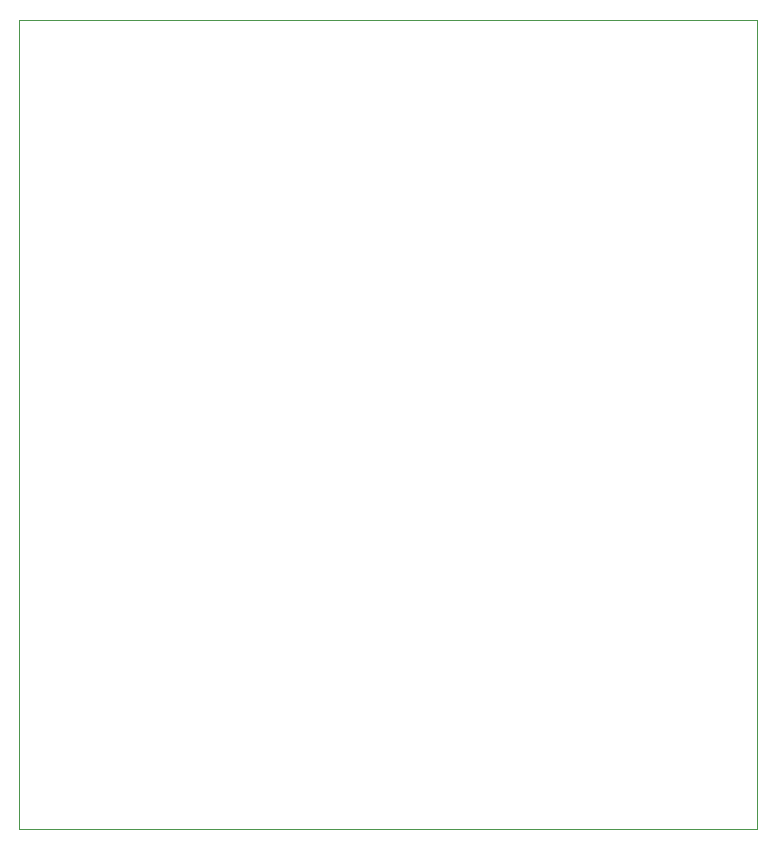
<source format=gbr>
%TF.GenerationSoftware,KiCad,Pcbnew,9.0.1-9.0.1-0~ubuntu24.04.1*%
%TF.CreationDate,2025-04-02T18:15:36+02:00*%
%TF.ProjectId,starter,73746172-7465-4722-9e6b-696361645f70,rev?*%
%TF.SameCoordinates,Original*%
%TF.FileFunction,Profile,NP*%
%FSLAX46Y46*%
G04 Gerber Fmt 4.6, Leading zero omitted, Abs format (unit mm)*
G04 Created by KiCad (PCBNEW 9.0.1-9.0.1-0~ubuntu24.04.1) date 2025-04-02 18:15:36*
%MOMM*%
%LPD*%
G01*
G04 APERTURE LIST*
%TA.AperFunction,Profile*%
%ADD10C,0.050000*%
%TD*%
G04 APERTURE END LIST*
D10*
X79500000Y-48500000D02*
X142000000Y-48500000D01*
X142000000Y-117000000D01*
X79500000Y-117000000D01*
X79500000Y-48500000D01*
M02*

</source>
